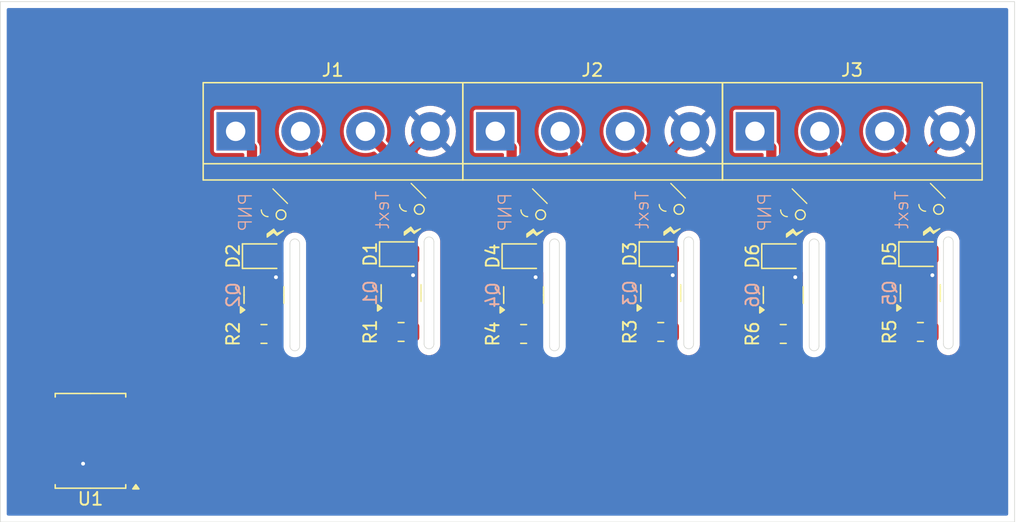
<source format=kicad_pcb>
(kicad_pcb (version 20240108) (generator "pcbnew") (generator_version "8.0")
  (layers (0 "F.Cu" signal) (31 "B.Cu" signal) (34 "B.Paste" user) (35 "F.Paste" user) (36 "B.SilkS" user "B.Silkscreen") (37 "F.SilkS" user "F.Silkscreen") (38 "B.Mask" user) (39 "F.Mask" user) (44 "Edge.Cuts" user))
  (net 0 "")
  (net 1 "/SubPcb/nType/Output")
  (net 2 "+3.3V")
  (net 3 "/SubPcb/pType/Output")
  (net 4 "/SubPcb1/nType/Output")
  (net 5 "GND")
  (net 6 "/SubPcb1/pType/Output")
  (net 7 "/SubPcb2/nType/Output")
  (net 8 "/SubPcb2/pType/Output")
  (net 24 "VDC")
  (net 25 "/SubPcb/Input")
  (net 26 "/SubPcb1/Input")
  (net 27 "/SubPcb2/Input")
  (footprint "Package_TO_SOT_SMD:SOT-23" (layer "F.Cu") (at 63.335519 38.225498 90)
    (property "Reference" "Q4" (at 0 -2.413 90) (layer "B.SilkS") (effects (justify mirror)))
    (property "Value" "BC807")
    (fp_line (start 0 -1.56) (end 0.65 -1.56) (stroke (width 0.12)) (layer "F.SilkS"))
    (fp_line (start 0 -1.56) (end -0.65 -1.56) (stroke (width 0.12)) (layer "F.SilkS"))
    (fp_line (start 0 1.56) (end 0.65 1.56) (stroke (width 0.12)) (layer "F.SilkS"))
    (fp_line (start 0 1.56) (end -0.65 1.56) (stroke (width 0.12)) (layer "F.SilkS"))
    (fp_poly (pts (xy -1.1625 -1.51) (xy -1.4025 -1.84) (xy -0.9225 -1.84) (xy -1.1625 -1.51)) (stroke (width 0.12)) (fill solid) (layer "F.SilkS"))
    (pad "1" smd roundrect (at -0.9375 -0.95 90) (size 1.475 0.6) (layers "F.Cu" "F.Paste" "F.Mask") (net 4 "/SubPcb1/nType/Output"))
    (pad "2" smd roundrect (at -0.9375 0.95 90) (size 1.475 0.6) (layers "F.Cu" "F.Paste" "F.Mask") (net 24 "VDC"))
    (pad "3" smd roundrect (at 0.9375 0 90) (size 1.475 0.6) (layers "F.Cu" "F.Paste" "F.Mask") (net 6 "/SubPcb1/pType/Output"))
  )
  (footprint "Package_SO:SSOP-20_5.3x7.2mm_P0.65mm" (layer "F.Cu") (at 29.438019 49.646 180)
    (property "Reference" "U1" (at 0 -4.55 180) (layer "F.SilkS"))
    (property "Value" "ATtiny1626-X")
    (fp_line (start 2.76 3.71) (end 2.76 3.435) (stroke (width 0.12)) (layer "F.SilkS"))
    (fp_line (start 2.76 -3.71) (end 2.76 -3.435) (stroke (width 0.12)) (layer "F.SilkS"))
    (fp_line (start 0 3.71) (end 2.76 3.71) (stroke (width 0.12)) (layer "F.SilkS"))
    (fp_line (start 0 3.71) (end -2.76 3.71) (stroke (width 0.12)) (layer "F.SilkS"))
    (fp_line (start 0 -3.71) (end 2.76 -3.71) (stroke (width 0.12)) (layer "F.SilkS"))
    (fp_line (start 0 -3.71) (end -2.76 -3.71) (stroke (width 0.12)) (layer "F.SilkS"))
    (fp_line (start -2.76 3.71) (end -2.76 3.435) (stroke (width 0.12)) (layer "F.SilkS"))
    (fp_line (start -2.76 -3.71) (end -2.76 -3.435) (stroke (width 0.12)) (layer "F.SilkS"))
    (fp_poly (pts (xy -3.55 -3.435) (xy -3.79 -3.765) (xy -3.309999 -3.765) (xy -3.55 -3.435)) (stroke (width 0.12)) (fill solid) (layer "F.SilkS"))
    (pad "1" smd roundrect (at -3.5 -2.925 180) (size 1.9 0.5) (layers "F.Cu" "F.Paste" "F.Mask") (net 2 "+3.3V"))
    (pad "2" smd roundrect (at -3.5 -2.275 180) (size 1.9 0.5) (layers "F.Cu" "F.Paste" "F.Mask"))
    (pad "3" smd roundrect (at -3.5 -1.625 180) (size 1.9 0.5) (layers "F.Cu" "F.Paste" "F.Mask"))
    (pad "4" smd roundrect (at -3.5 -0.975 180) (size 1.9 0.5) (layers "F.Cu" "F.Paste" "F.Mask"))
    (pad "5" smd roundrect (at -3.5 -0.325 180) (size 1.9 0.5) (layers "F.Cu" "F.Paste" "F.Mask"))
    (pad "6" smd roundrect (at -3.5 0.325 180) (size 1.9 0.5) (layers "F.Cu" "F.Paste" "F.Mask") (net 27 "/SubPcb2/Input"))
    (pad "7" smd roundrect (at -3.5 0.975 180) (size 1.9 0.5) (layers "F.Cu" "F.Paste" "F.Mask") (net 26 "/SubPcb1/Input"))
    (pad "8" smd roundrect (at -3.5 1.625 180) (size 1.9 0.5) (layers "F.Cu" "F.Paste" "F.Mask") (net 25 "/SubPcb/Input"))
    (pad "9" smd roundrect (at -3.5 2.275 180) (size 1.9 0.5) (layers "F.Cu" "F.Paste" "F.Mask"))
    (pad "10" smd roundrect (at -3.5 2.925 180) (size 1.9 0.5) (layers "F.Cu" "F.Paste" "F.Mask"))
    (pad "11" smd roundrect (at 3.5 2.925 180) (size 1.9 0.5) (layers "F.Cu" "F.Paste" "F.Mask"))
    (pad "12" smd roundrect (at 3.5 2.275 180) (size 1.9 0.5) (layers "F.Cu" "F.Paste" "F.Mask"))
    (pad "13" smd roundrect (at 3.5 1.625 180) (size 1.9 0.5) (layers "F.Cu" "F.Paste" "F.Mask"))
    (pad "14" smd roundrect (at 3.5 0.975 180) (size 1.9 0.5) (layers "F.Cu" "F.Paste" "F.Mask"))
    (pad "15" smd roundrect (at 3.5 0.325 180) (size 1.9 0.5) (layers "F.Cu" "F.Paste" "F.Mask"))
    (pad "16" smd roundrect (at 3.5 -0.325 180) (size 1.9 0.5) (layers "F.Cu" "F.Paste" "F.Mask"))
    (pad "17" smd roundrect (at 3.5 -0.975 180) (size 1.9 0.5) (layers "F.Cu" "F.Paste" "F.Mask"))
    (pad "18" smd roundrect (at 3.5 -1.625 180) (size 1.9 0.5) (layers "F.Cu" "F.Paste" "F.Mask"))
    (pad "19" smd roundrect (at 3.5 -2.275 180) (size 1.9 0.5) (layers "F.Cu" "F.Paste" "F.Mask"))
    (pad "20" smd roundrect (at 3.5 -2.925 180) (size 1.9 0.5) (layers "F.Cu" "F.Paste" "F.Mask") (net 5 "GND"))
  )
  (footprint "Diode_SMD:D_0805_2012Metric" (layer "F.Cu") (at 94.386018 35.0205)
    (property "Reference" "D5" (at -2.413 0 -90) (layer "F.SilkS"))
    (property "Value" "D_Schottky_Small")
    (fp_line (start -1.685 -0.96) (end -1.685 0.96) (stroke (width 0.12)) (layer "F.SilkS"))
    (fp_line (start -1.685 0.96) (end 1 0.96) (stroke (width 0.12)) (layer "F.SilkS"))
    (fp_line (start 1 -0.96) (end -1.685 -0.96) (stroke (width 0.12)) (layer "F.SilkS"))
    (pad "1" smd roundrect (at -0.9375 0) (size 0.975 1.4) (layers "F.Cu" "F.Paste" "F.Mask") (net 7 "/SubPcb2/nType/Output"))
    (pad "2" smd roundrect (at 0.9375 0) (size 0.975 1.4) (layers "F.Cu" "F.Paste" "F.Mask") (net 5 "GND"))
  )
  (footprint "Diode_SMD:D_0805_2012Metric" (layer "F.Cu") (at 63.335519 35.177498)
    (property "Reference" "D4" (at -2.413 0 -90) (layer "F.SilkS"))
    (property "Value" "D_Schottky_Small")
    (fp_line (start -1.685 -0.96) (end -1.685 0.96) (stroke (width 0.12)) (layer "F.SilkS"))
    (fp_line (start -1.685 0.96) (end 1 0.96) (stroke (width 0.12)) (layer "F.SilkS"))
    (fp_line (start 1 -0.96) (end -1.685 -0.96) (stroke (width 0.12)) (layer "F.SilkS"))
    (pad "1" smd roundrect (at -0.9375 0) (size 0.975 1.4) (layers "F.Cu" "F.Paste" "F.Mask") (net 6 "/SubPcb1/pType/Output"))
    (pad "2" smd roundrect (at 0.9375 0) (size 0.975 1.4) (layers "F.Cu" "F.Paste" "F.Mask") (net 5 "GND"))
  )
  (footprint "Resistor_SMD:R_0805_2012Metric" (layer "F.Cu") (at 63.335519 41.273498 180)
    (property "Reference" "R4" (at 2.413 0 90) (layer "F.SilkS"))
    (property "Value" "10k")
    (fp_line (start -0.227064 0.735) (end 0.227064 0.735) (stroke (width 0.12)) (layer "F.SilkS"))
    (fp_line (start -0.227064 -0.735) (end 0.227064 -0.735) (stroke (width 0.12)) (layer "F.SilkS"))
    (pad "1" smd roundrect (at -0.9125 0 180) (size 1.025 1.4) (layers "F.Cu" "F.Paste" "F.Mask") (roundrect_rratio 0.243902) (net 24 "VDC"))
    (pad "2" smd roundrect (at 0.9125 0 180) (size 1.025 1.4) (layers "F.Cu" "F.Paste" "F.Mask") (roundrect_rratio 0.243902) (net 4 "/SubPcb1/nType/Output"))
  )
  (footprint "Package_TO_SOT_SMD:SOT-23" (layer "F.Cu") (at 83.655519 38.225498 90)
    (property "Reference" "Q6" (at 0 -2.413 90) (layer "B.SilkS") (effects (justify mirror)))
    (property "Value" "BC807")
    (fp_line (start 0 -1.56) (end 0.65 -1.56) (stroke (width 0.12)) (layer "F.SilkS"))
    (fp_line (start 0 -1.56) (end -0.65 -1.56) (stroke (width 0.12)) (layer "F.SilkS"))
    (fp_line (start 0 1.56) (end 0.65 1.56) (stroke (width 0.12)) (layer "F.SilkS"))
    (fp_line (start 0 1.56) (end -0.65 1.56) (stroke (width 0.12)) (layer "F.SilkS"))
    (fp_poly (pts (xy -1.1625 -1.51) (xy -1.4025 -1.84) (xy -0.9225 -1.84) (xy -1.1625 -1.51)) (stroke (width 0.12)) (fill solid) (layer "F.SilkS"))
    (pad "1" smd roundrect (at -0.9375 -0.95 90) (size 1.475 0.6) (layers "F.Cu" "F.Paste" "F.Mask") (net 7 "/SubPcb2/nType/Output"))
    (pad "2" smd roundrect (at -0.9375 0.95 90) (size 1.475 0.6) (layers "F.Cu" "F.Paste" "F.Mask") (net 24 "VDC"))
    (pad "3" smd roundrect (at 0.9375 0 90) (size 1.475 0.6) (layers "F.Cu" "F.Paste" "F.Mask") (net 8 "/SubPcb2/pType/Output"))
  )
  (footprint "Diode_SMD:D_0805_2012Metric" (layer "F.Cu") (at 74.066018 35.0205)
    (property "Reference" "D3" (at -2.413 0 -90) (layer "F.SilkS"))
    (property "Value" "D_Schottky_Small")
    (fp_line (start -1.684999 -0.96) (end -1.684999 0.96) (stroke (width 0.12)) (layer "F.SilkS"))
    (fp_line (start -1.684999 0.96) (end 1 0.96) (stroke (width 0.12)) (layer "F.SilkS"))
    (fp_line (start 1 -0.96) (end -1.684999 -0.96) (stroke (width 0.12)) (layer "F.SilkS"))
    (pad "1" smd roundrect (at -0.937501 0) (size 0.975 1.4) (layers "F.Cu" "F.Paste" "F.Mask") (net 4 "/SubPcb1/nType/Output"))
    (pad "2" smd roundrect (at 0.937501 0) (size 0.975 1.4) (layers "F.Cu" "F.Paste" "F.Mask") (net 5 "GND"))
  )
  (footprint "Resistor_SMD:R_0805_2012Metric" (layer "F.Cu") (at 43.015519 41.273498 180)
    (property "Reference" "R2" (at 2.413 0 90) (layer "F.SilkS"))
    (property "Value" "10k")
    (fp_line (start -0.227064 0.735) (end 0.227064 0.735) (stroke (width 0.12)) (layer "F.SilkS"))
    (fp_line (start -0.227064 -0.735) (end 0.227064 -0.735) (stroke (width 0.12)) (layer "F.SilkS"))
    (pad "1" smd roundrect (at -0.9125 0 180) (size 1.025 1.4) (layers "F.Cu" "F.Paste" "F.Mask") (roundrect_rratio 0.243902) (net 24 "VDC"))
    (pad "2" smd roundrect (at 0.9125 0 180) (size 1.025 1.4) (layers "F.Cu" "F.Paste" "F.Mask") (roundrect_rratio 0.243902) (net 1 "/SubPcb/nType/Output"))
  )
  (footprint "Package_TO_SOT_SMD:SOT-23" (layer "F.Cu") (at 43.015519 38.225498 90)
    (property "Reference" "Q2" (at 0 -2.413 90) (layer "B.SilkS") (effects (justify mirror)))
    (property "Value" "BC807")
    (fp_line (start 0 -1.560001) (end 0.65 -1.56) (stroke (width 0.12)) (layer "F.SilkS"))
    (fp_line (start 0 -1.560001) (end -0.65 -1.56) (stroke (width 0.12)) (layer "F.SilkS"))
    (fp_line (start 0 1.560001) (end 0.65 1.56) (stroke (width 0.12)) (layer "F.SilkS"))
    (fp_line (start 0 1.560001) (end -0.65 1.56) (stroke (width 0.12)) (layer "F.SilkS"))
    (fp_poly (pts (xy -1.1625 -1.51) (xy -1.4025 -1.84) (xy -0.9225 -1.839999) (xy -1.1625 -1.51)) (stroke (width 0.12)) (fill solid) (layer "F.SilkS"))
    (pad "1" smd roundrect (at -0.9375 -0.95 90) (size 1.475 0.6) (layers "F.Cu" "F.Paste" "F.Mask") (net 1 "/SubPcb/nType/Output"))
    (pad "2" smd roundrect (at -0.9375 0.95 90) (size 1.475 0.6) (layers "F.Cu" "F.Paste" "F.Mask") (net 24 "VDC"))
    (pad "3" smd roundrect (at 0.937501 0 90) (size 1.475 0.6) (layers "F.Cu" "F.Paste" "F.Mask") (net 3 "/SubPcb/pType/Output"))
  )
  (footprint "TerminalBlock:TerminalBlock_bornier-4_P5.08mm" (layer "F.Cu") (at 81.437019 25.4)
    (property "Reference" "J3" (at 7.6 -4.8 0) (layer "F.SilkS"))
    (property "Value" "Screw_Terminal_01x04")
    (fp_line (start -2.54 -3.81) (end -2.54 3.81) (stroke (width 0.12)) (layer "F.SilkS"))
    (fp_line (start -2.54 -3.81) (end 17.78 -3.81) (stroke (width 0.12)) (layer "F.SilkS"))
    (fp_line (start -2.54 3.81) (end 17.78 3.81) (stroke (width 0.12)) (layer "F.SilkS"))
    (fp_line (start 17.78 2.54) (end -2.54 2.54) (stroke (width 0.12)) (layer "F.SilkS"))
    (fp_line (start 17.78 3.81) (end 17.78 -3.81) (stroke (width 0.12)) (layer "F.SilkS"))
    (pad "1" thru_hole rect (at 0 0) (size 3 3) (drill 1.52) (layers "*.Cu" "*.Mask") (net 8 "/SubPcb2/pType/Output"))
    (pad "2" thru_hole circle (at 5.08 0) (size 3 3) (drill 1.52) (layers "*.Cu" "*.Mask") (net 24 "VDC"))
    (pad "3" thru_hole circle (at 10.16 0) (size 3 3) (drill 1.52) (layers "*.Cu" "*.Mask") (net 7 "/SubPcb2/nType/Output"))
    (pad "4" thru_hole circle (at 15.24 0) (size 3 3) (drill 1.52) (layers "*.Cu" "*.Mask") (net 5 "GND"))
  )
  (footprint "Resistor_SMD:R_0805_2012Metric" (layer "F.Cu") (at 83.655519 41.273498 180)
    (property "Reference" "R6" (at 2.413 0 90) (layer "F.SilkS"))
    (property "Value" "10k")
    (fp_line (start -0.227064 0.735) (end 0.227064 0.735) (stroke (width 0.12)) (layer "F.SilkS"))
    (fp_line (start -0.227064 -0.735) (end 0.227064 -0.735) (stroke (width 0.12)) (layer "F.SilkS"))
    (pad "1" smd roundrect (at -0.9125 0 180) (size 1.025 1.4) (layers "F.Cu" "F.Paste" "F.Mask") (roundrect_rratio 0.243902) (net 24 "VDC"))
    (pad "2" smd roundrect (at 0.9125 0 180) (size 1.025 1.4) (layers "F.Cu" "F.Paste" "F.Mask") (roundrect_rratio 0.243902) (net 7 "/SubPcb2/nType/Output"))
  )
  (footprint "Resistor_SMD:R_0805_2012Metric" (layer "F.Cu") (at 74.066018 41.1165)
    (property "Reference" "R3" (at -2.413 0 -90) (layer "F.SilkS"))
    (property "Value" "10k")
    (fp_line (start -0.227064 -0.735) (end 0.227064 -0.735) (stroke (width 0.12)) (layer "F.SilkS"))
    (fp_line (start -0.227064 0.735) (end 0.227064 0.735) (stroke (width 0.12)) (layer "F.SilkS"))
    (pad "1" smd roundrect (at -0.9125 0) (size 1.025 1.4) (layers "F.Cu" "F.Paste" "F.Mask") (roundrect_rratio 0.243902) (net 26 "/SubPcb1/Input"))
    (pad "2" smd roundrect (at 0.9125 0) (size 1.025 1.4) (layers "F.Cu" "F.Paste" "F.Mask") (roundrect_rratio 0.243902) (net 5 "GND"))
  )
  (footprint "Diode_SMD:D_0805_2012Metric" (layer "F.Cu") (at 43.015519 35.177498)
    (property "Reference" "D2" (at -2.413 0 -90) (layer "F.SilkS"))
    (property "Value" "D_Schottky_Small")
    (fp_line (start -1.684999 -0.96) (end -1.684999 0.96) (stroke (width 0.12)) (layer "F.SilkS"))
    (fp_line (start -1.684999 0.96) (end 1 0.96) (stroke (width 0.12)) (layer "F.SilkS"))
    (fp_line (start 1 -0.96) (end -1.684999 -0.96) (stroke (width 0.12)) (layer "F.SilkS"))
    (pad "1" smd roundrect (at -0.937501 0) (size 0.975 1.4) (layers "F.Cu" "F.Paste" "F.Mask") (net 3 "/SubPcb/pType/Output"))
    (pad "2" smd roundrect (at 0.937501 0) (size 0.975 1.4) (layers "F.Cu" "F.Paste" "F.Mask") (net 5 "GND"))
  )
  (footprint "Package_TO_SOT_SMD:SOT-23" (layer "F.Cu") (at 53.746018 38.0685 90)
    (property "Reference" "Q1" (at 0 -2.413 90) (layer "B.SilkS") (effects (justify mirror)))
    (property "Value" "MMBT2222A")
    (fp_line (start 0 -1.560001) (end 0.65 -1.56) (stroke (width 0.12)) (layer "F.SilkS"))
    (fp_line (start 0 -1.560001) (end -0.65 -1.56) (stroke (width 0.12)) (layer "F.SilkS"))
    (fp_line (start 0 1.560001) (end 0.65 1.56) (stroke (width 0.12)) (layer "F.SilkS"))
    (fp_line (start 0 1.560001) (end -0.65 1.56) (stroke (width 0.12)) (layer "F.SilkS"))
    (fp_poly (pts (xy -1.1625 -1.51) (xy -1.4025 -1.84) (xy -0.9225 -1.839999) (xy -1.1625 -1.51)) (stroke (width 0.12)) (fill solid) (layer "F.SilkS"))
    (pad "1" smd roundrect (at -0.9375 -0.95 90) (size 1.475 0.6) (layers "F.Cu" "F.Paste" "F.Mask") (net 25 "/SubPcb/Input"))
    (pad "2" smd roundrect (at -0.9375 0.95 90) (size 1.475 0.6) (layers "F.Cu" "F.Paste" "F.Mask") (net 5 "GND"))
    (pad "3" smd roundrect (at 0.937501 0 90) (size 1.475 0.6) (layers "F.Cu" "F.Paste" "F.Mask") (net 1 "/SubPcb/nType/Output"))
  )
  (footprint "Package_TO_SOT_SMD:SOT-23" (layer "F.Cu") (at 74.066018 38.0685 90)
    (property "Reference" "Q3" (at 0 -2.413 90) (layer "B.SilkS") (effects (justify mirror)))
    (property "Value" "MMBT2222A")
    (fp_line (start 0 -1.560001) (end 0.65 -1.56) (stroke (width 0.12)) (layer "F.SilkS"))
    (fp_line (start 0 -1.560001) (end -0.65 -1.56) (stroke (width 0.12)) (layer "F.SilkS"))
    (fp_line (start 0 1.560001) (end 0.65 1.56) (stroke (width 0.12)) (layer "F.SilkS"))
    (fp_line (start 0 1.560001) (end -0.65 1.56) (stroke (width 0.12)) (layer "F.SilkS"))
    (fp_poly (pts (xy -1.1625 -1.51) (xy -1.4025 -1.84) (xy -0.9225 -1.839999) (xy -1.1625 -1.51)) (stroke (width 0.12)) (fill solid) (layer "F.SilkS"))
    (pad "1" smd roundrect (at -0.9375 -0.95 90) (size 1.475 0.6) (layers "F.Cu" "F.Paste" "F.Mask") (net 26 "/SubPcb1/Input"))
    (pad "2" smd roundrect (at -0.9375 0.95 90) (size 1.475 0.6) (layers "F.Cu" "F.Paste" "F.Mask") (net 5 "GND"))
    (pad "3" smd roundrect (at 0.937501 0 90) (size 1.475 0.6) (layers "F.Cu" "F.Paste" "F.Mask") (net 4 "/SubPcb1/nType/Output"))
  )
  (footprint "Resistor_SMD:R_0805_2012Metric" (layer "F.Cu") (at 94.386018 41.1165)
    (property "Reference" "R5" (at -2.413 0 -90) (layer "F.SilkS"))
    (property "Value" "10k")
    (fp_line (start -0.227064 -0.735) (end 0.227064 -0.735) (stroke (width 0.12)) (layer "F.SilkS"))
    (fp_line (start -0.227064 0.735) (end 0.227064 0.735) (stroke (width 0.12)) (layer "F.SilkS"))
    (pad "1" smd roundrect (at -0.9125 0) (size 1.025 1.4) (layers "F.Cu" "F.Paste" "F.Mask") (roundrect_rratio 0.243902) (net 27 "/SubPcb2/Input"))
    (pad "2" smd roundrect (at 0.9125 0) (size 1.025 1.4) (layers "F.Cu" "F.Paste" "F.Mask") (roundrect_rratio 0.243902) (net 5 "GND"))
  )
  (footprint "TerminalBlock:TerminalBlock_bornier-4_P5.08mm" (layer "F.Cu") (at 61.117019 25.4)
    (property "Reference" "J2" (at 7.6 -4.8 0) (layer "F.SilkS"))
    (property "Value" "Screw_Terminal_01x04")
    (fp_line (start -2.54 -3.81) (end -2.54 3.81) (stroke (width 0.12)) (layer "F.SilkS"))
    (fp_line (start -2.54 -3.81) (end 17.78 -3.81) (stroke (width 0.12)) (layer "F.SilkS"))
    (fp_line (start -2.54 3.81) (end 17.78 3.81) (stroke (width 0.12)) (layer "F.SilkS"))
    (fp_line (start 17.78 2.54) (end -2.54 2.54) (stroke (width 0.12)) (layer "F.SilkS"))
    (fp_line (start 17.78 3.81) (end 17.78 -3.81) (stroke (width 0.12)) (layer "F.SilkS"))
    (pad "1" thru_hole rect (at 0 0) (size 3 3) (drill 1.52) (layers "*.Cu" "*.Mask") (net 6 "/SubPcb1/pType/Output"))
    (pad "2" thru_hole circle (at 5.08 0) (size 3 3) (drill 1.52) (layers "*.Cu" "*.Mask") (net 24 "VDC"))
    (pad "3" thru_hole circle (at 10.16 0) (size 3 3) (drill 1.52) (layers "*.Cu" "*.Mask") (net 4 "/SubPcb1/nType/Output"))
    (pad "4" thru_hole circle (at 15.24 0) (size 3 3) (drill 1.52) (layers "*.Cu" "*.Mask") (net 5 "GND"))
  )
  (footprint "Diode_SMD:D_0805_2012Metric" (layer "F.Cu") (at 53.746018 35.0205)
    (property "Reference" "D1" (at -2.413 0 -90) (layer "F.SilkS"))
    (property "Value" "D_Schottky_Small")
    (fp_line (start -1.684999 -0.96) (end -1.684999 0.96) (stroke (width 0.12)) (layer "F.SilkS"))
    (fp_line (start -1.684999 0.96) (end 1 0.96) (stroke (width 0.12)) (layer "F.SilkS"))
    (fp_line (start 1 -0.96) (end -1.684999 -0.96) (stroke (width 0.12)) (layer "F.SilkS"))
    (pad "1" smd roundrect (at -0.937501 0) (size 0.975 1.4) (layers "F.Cu" "F.Paste" "F.Mask") (net 1 "/SubPcb/nType/Output"))
    (pad "2" smd roundrect (at 0.937501 0) (size 0.975 1.4) (layers "F.Cu" "F.Paste" "F.Mask") (net 5 "GND"))
  )
  (footprint "Resistor_SMD:R_0805_2012Metric" (layer "F.Cu") (at 53.746018 41.1165)
    (property "Reference" "R1" (at -2.413 0 -90) (layer "F.SilkS"))
    (property "Value" "10k")
    (fp_line (start -0.227064 -0.735) (end 0.227064 -0.735) (stroke (width 0.12)) (layer "F.SilkS"))
    (fp_line (start -0.227064 0.735) (end 0.227064 0.735) (stroke (width 0.12)) (layer "F.SilkS"))
    (pad "1" smd roundrect (at -0.9125 0) (size 1.025 1.4) (layers "F.Cu" "F.Paste" "F.Mask") (roundrect_rratio 0.243902) (net 25 "/SubPcb/Input"))
    (pad "2" smd roundrect (at 0.9125 0) (size 1.025 1.4) (layers "F.Cu" "F.Paste" "F.Mask") (roundrect_rratio 0.243902) (net 5 "GND"))
  )
  (footprint "TerminalBlock:TerminalBlock_bornier-4_P5.08mm" (layer "F.Cu") (at 40.797019 25.4)
    (property "Reference" "J1" (at 7.6 -4.8 0) (layer "F.SilkS"))
    (property "Value" "Screw_Terminal_01x04")
    (fp_line (start -2.54 -3.81) (end -2.54 3.81) (stroke (width 0.12)) (layer "F.SilkS"))
    (fp_line (start -2.54 -3.81) (end 17.78 -3.81) (stroke (width 0.12)) (layer "F.SilkS"))
    (fp_line (start -2.54 3.81) (end 17.78 3.81) (stroke (width 0.12)) (layer "F.SilkS"))
    (fp_line (start 17.78 2.54) (end -2.54 2.54) (stroke (width 0.12)) (layer "F.SilkS"))
    (fp_line (start 17.78 3.81) (end 17.78 -3.81) (stroke (width 0.12)) (layer "F.SilkS"))
    (pad "1" thru_hole rect (at 0 0) (size 3 3) (drill 1.52) (layers "*.Cu" "*.Mask") (net 3 "/SubPcb/pType/Output"))
    (pad "2" thru_hole circle (at 5.08 0) (size 3 3) (drill 1.52) (layers "*.Cu" "*.Mask") (net 24 "VDC"))
    (pad "3" thru_hole circle (at 10.16 0) (size 3 3) (drill 1.52) (layers "*.Cu" "*.Mask") (net 1 "/SubPcb/nType/Output"))
    (pad "4" thru_hole circle (at 15.24 0) (size 3 3) (drill 1.52) (layers "*.Cu" "*.Mask") (net 5 "GND"))
  )
  (footprint "Package_TO_SOT_SMD:SOT-23" (layer "F.Cu") (at 94.386018 38.0685 90)
    (property "Reference" "Q5" (at 0 -2.413 90) (layer "B.SilkS") (effects (justify mirror)))
    (property "Value" "MMBT2222A")
    (fp_line (start 0 -1.56) (end 0.65 -1.56) (stroke (width 0.12)) (layer "F.SilkS"))
    (fp_line (start 0 -1.56) (end -0.65 -1.56) (stroke (width 0.12)) (layer "F.SilkS"))
    (fp_line (start 0 1.56) (end 0.65 1.56) (stroke (width 0.12)) (layer "F.SilkS"))
    (fp_line (start 0 1.56) (end -0.65 1.56) (stroke (width 0.12)) (layer "F.SilkS"))
    (fp_poly (pts (xy -1.1625 -1.51) (xy -1.4025 -1.84) (xy -0.9225 -1.84) (xy -1.1625 -1.51)) (stroke (width 0.12)) (fill solid) (layer "F.SilkS"))
    (pad "1" smd roundrect (at -0.9375 -0.95 90) (size 1.475 0.6) (layers "F.Cu" "F.Paste" "F.Mask") (net 27 "/SubPcb2/Input"))
    (pad "2" smd roundrect (at -0.9375 0.95 90) (size 1.475 0.6) (layers "F.Cu" "F.Paste" "F.Mask") (net 5 "GND"))
    (pad "3" smd roundrect (at 0.9375 0 90) (size 1.475 0.6) (layers "F.Cu" "F.Paste" "F.Mask") (net 7 "/SubPcb2/nType/Output"))
  )
  (footprint "Diode_SMD:D_0805_2012Metric" (layer "F.Cu") (at 83.655519 35.177498)
    (property "Reference" "D6" (at -2.413 0 -90) (layer "F.SilkS"))
    (property "Value" "D_Schottky_Small")
    (fp_line (start -1.685 -0.96) (end -1.685 0.96) (stroke (width 0.12)) (layer "F.SilkS"))
    (fp_line (start -1.685 0.96) (end 1 0.96) (stroke (width 0.12)) (layer "F.SilkS"))
    (fp_line (start 1 -0.96) (end -1.685 -0.96) (stroke (width 0.12)) (layer "F.SilkS"))
    (pad "1" smd roundrect (at -0.9375 0) (size 0.975 1.4) (layers "F.Cu" "F.Paste" "F.Mask") (net 8 "/SubPcb2/pType/Output"))
    (pad "2" smd roundrect (at 0.9375 0) (size 0.975 1.4) (layers "F.Cu" "F.Paste" "F.Mask") (net 5 "GND"))
  )
  (gr_line (start 84.354019 29.906998) (end 85.497019 31.049998) (stroke (width 0.1)) (layer "F.SilkS"))
  (gr_circle (center 44.349019 31.938998) (end 43.968019 31.938998) (stroke (width 0.1)) (fill none) (layer "F.SilkS"))
  (gr_arc (start 94.792418 31.657934) (mid 94.422152 31.504565) (end 94.268784 31.1343) (stroke (width 0.1)) (layer "F.SilkS"))
  (gr_arc (start 74.472418 31.657934) (mid 74.102152 31.504565) (end 73.948784 31.1343) (stroke (width 0.1)) (layer "F.SilkS"))
  (gr_line (start 64.034019 29.906998) (end 65.177019 31.049998) (stroke (width 0.1)) (layer "F.SilkS"))
  (gr_circle (center 55.168418 31.5153) (end 54.787418 31.5153) (stroke (width 0.1)) (fill none) (layer "F.SilkS"))
  (gr_poly (pts (xy 43.266707 33.689847) (xy 43.774707 33.308847) (xy 44.033898 33.557656) (xy 44.536707 33.181847) (xy 44.031519 33.399498) (xy 43.777934 33.058074) (xy 43.266707 33.435847)) (stroke (width 0.1)) (fill solid) (layer "F.SilkS"))
  (gr_circle (center 44.349019 31.938998) (end 43.968019 31.938998) (stroke (width 0.1)) (fill none) (layer "F.SilkS"))
  (gr_circle (center 95.808418 31.5153) (end 95.427418 31.5153) (stroke (width 0.1)) (fill none) (layer "F.SilkS"))
  (gr_circle (center 64.669019 31.938998) (end 64.288019 31.938998) (stroke (width 0.1)) (fill none) (layer "F.SilkS"))
  (gr_poly (pts (xy 53.997206 33.532849) (xy 54.505206 33.151849) (xy 54.764397 33.400658) (xy 55.267206 33.024849) (xy 54.762018 33.2425) (xy 54.508433 32.901076) (xy 53.997206 33.278849)) (stroke (width 0.1)) (fill solid) (layer "F.SilkS"))
  (gr_circle (center 95.808418 31.5153) (end 95.427418 31.5153) (stroke (width 0.1)) (fill none) (layer "F.SilkS"))
  (gr_circle (center 64.669019 31.938998) (end 64.288019 31.938998) (stroke (width 0.1)) (fill none) (layer "F.SilkS"))
  (gr_circle (center 55.168418 31.5153) (end 54.787418 31.5153) (stroke (width 0.1)) (fill none) (layer "F.SilkS"))
  (gr_circle (center 75.488418 31.5153) (end 75.107418 31.5153) (stroke (width 0.1)) (fill none) (layer "F.SilkS"))
  (gr_poly (pts (xy 63.586707 33.689847) (xy 64.094707 33.308847) (xy 64.353898 33.557656) (xy 64.856707 33.181847) (xy 64.351519 33.399498) (xy 64.097934 33.058074) (xy 63.586707 33.435847)) (stroke (width 0.1)) (fill solid) (layer "F.SilkS"))
  (gr_circle (center 84.989019 31.938998) (end 84.608019 31.938998) (stroke (width 0.1)) (fill none) (layer "F.SilkS"))
  (gr_circle (center 75.488418 31.5153) (end 75.107418 31.5153) (stroke (width 0.1)) (fill none) (layer "F.SilkS"))
  (gr_line (start 43.714019 29.906998) (end 44.857019 31.049998) (stroke (width 0.1)) (layer "F.SilkS"))
  (gr_circle (center 84.989019 31.938998) (end 84.608019 31.938998) (stroke (width 0.1)) (fill none) (layer "F.SilkS"))
  (gr_poly (pts (xy 94.637206 33.532849) (xy 95.145206 33.151849) (xy 95.404397 33.400658) (xy 95.907206 33.024849) (xy 95.402018 33.2425) (xy 95.148433 32.901076) (xy 94.637206 33.278849)) (stroke (width 0.1)) (fill solid) (layer "F.SilkS"))
  (gr_arc (start 83.973019 32.081632) (mid 83.602753 31.928263) (end 83.449385 31.557998) (stroke (width 0.1)) (layer "F.SilkS"))
  (gr_poly (pts (xy 74.317206 33.532849) (xy 74.825206 33.151849) (xy 75.084397 33.400658) (xy 75.587206 33.024849) (xy 75.082018 33.2425) (xy 74.828433 32.901076) (xy 74.317206 33.278849)) (stroke (width 0.1)) (fill solid) (layer "F.SilkS"))
  (gr_arc (start 54.152418 31.657934) (mid 53.782152 31.504565) (end 53.628784 31.1343) (stroke (width 0.1)) (layer "F.SilkS"))
  (gr_poly (pts (xy 83.906707 33.689847) (xy 84.414707 33.308847) (xy 84.673898 33.557656) (xy 85.176707 33.181847) (xy 84.671519 33.399498) (xy 84.417934 33.058074) (xy 83.906707 33.435847)) (stroke (width 0.1)) (fill solid) (layer "F.SilkS"))
  (gr_arc (start 63.653019 32.081632) (mid 63.282753 31.928263) (end 63.129385 31.557998) (stroke (width 0.1)) (layer "F.SilkS"))
  (gr_line (start 74.853418 29.4833) (end 75.996418 30.6263) (stroke (width 0.1)) (layer "F.SilkS"))
  (gr_line (start 95.173418 29.4833) (end 96.316418 30.6263) (stroke (width 0.1)) (layer "F.SilkS"))
  (gr_arc (start 43.333019 32.081632) (mid 42.962753 31.928263) (end 42.809385 31.557998) (stroke (width 0.1)) (layer "F.SilkS"))
  (gr_line (start 54.533418 29.4833) (end 55.676418 30.6263) (stroke (width 0.1)) (layer "F.SilkS"))
  (gr_line (start 75.869418 42.0563) (end 75.869418 34.0553) (stroke (width 0.05)) (layer "Edge.Cuts"))
  (gr_arc (start 45.047519 34.212298) (mid 45.428519 33.831298) (end 45.809519 34.212298) (stroke (width 0.05)) (layer "Edge.Cuts"))
  (gr_arc (start 66.129519 42.213298) (mid 65.748519 42.594298) (end 65.367519 42.213298) (stroke (width 0.05)) (layer "Edge.Cuts"))
  (gr_arc (start 75.869418 34.0553) (mid 76.250418 33.6743) (end 76.631418 34.0553) (stroke (width 0.05)) (layer "Edge.Cuts"))
  (gr_line (start 66.129519 34.212298) (end 66.129519 42.213298) (stroke (width 0.05)) (layer "Edge.Cuts"))
  (gr_line (start 56.311418 34.0553) (end 56.311418 42.0563) (stroke (width 0.05)) (layer "Edge.Cuts"))
  (gr_line (start 65.367519 42.213298) (end 65.367519 34.212298) (stroke (width 0.05)) (layer "Edge.Cuts"))
  (gr_arc (start 56.311418 42.0563) (mid 55.930418 42.4373) (end 55.549418 42.0563) (stroke (width 0.05)) (layer "Edge.Cuts"))
  (gr_line (start 85.687519 42.213298) (end 85.687519 34.212298) (stroke (width 0.05)) (layer "Edge.Cuts"))
  (gr_line (start 45.809519 34.212298) (end 45.809519 42.213298) (stroke (width 0.05)) (layer "Edge.Cuts"))
  (gr_line (start 55.549418 42.0563) (end 55.549418 34.0553) (stroke (width 0.05)) (layer "Edge.Cuts"))
  (gr_arc (start 86.449519 42.213298) (mid 86.068519 42.594298) (end 85.687519 42.213298) (stroke (width 0.05)) (layer "Edge.Cuts"))
  (gr_line (start 86.449519 34.212298) (end 86.449519 42.213298) (stroke (width 0.05)) (layer "Edge.Cuts"))
  (gr_line (start 45.047519 42.213298) (end 45.047519 34.212298) (stroke (width 0.05)) (layer "Edge.Cuts"))
  (gr_line (start 96.189418 42.0563) (end 96.189418 34.0553) (stroke (width 0.05)) (layer "Edge.Cuts"))
  (gr_arc (start 65.367519 34.212298) (mid 65.748519 33.831298) (end 66.129519 34.212298) (stroke (width 0.05)) (layer "Edge.Cuts"))
  (gr_arc (start 45.809519 42.213298) (mid 45.428519 42.594298) (end 45.047519 42.213298) (stroke (width 0.05)) (layer "Edge.Cuts"))
  (gr_arc (start 76.631418 42.0563) (mid 76.250418 42.4373) (end 75.869418 42.0563) (stroke (width 0.05)) (layer "Edge.Cuts"))
  (gr_rect (start 22.382019 15.24) (end 101.757019 56.007) (stroke (width 0.05)) (fill none) (layer "Edge.Cuts"))
  (gr_arc (start 96.951418 42.0563) (mid 96.570418 42.4373) (end 96.189418 42.0563) (stroke (width 0.05)) (layer "Edge.Cuts"))
  (gr_arc (start 55.549418 34.0553) (mid 55.930418 33.6743) (end 56.311418 34.0553) (stroke (width 0.05)) (layer "Edge.Cuts"))
  (gr_line (start 76.631418 34.0553) (end 76.631418 42.0563) (stroke (width 0.05)) (layer "Edge.Cuts"))
  (gr_line (start 96.951418 34.0553) (end 96.951418 42.0563) (stroke (width 0.05)) (layer "Edge.Cuts"))
  (gr_arc (start 85.687519 34.212298) (mid 86.068519 33.831298) (end 86.449519 34.212298) (stroke (width 0.05)) (layer "Edge.Cuts"))
  (gr_arc (start 96.189418 34.0553) (mid 96.570418 33.6743) (end 96.951418 34.0553) (stroke (width 0.05)) (layer "Edge.Cuts"))
  (gr_text "Text" (at 73.202418 29.9913 90) (layer "B.SilkS") (effects (font (size 1 1) (thickness 0.1)) (justify left bottom mirror)))
  (gr_text "PNP" (at 42.151919 30.148298 90) (layer "B.SilkS") (effects (font (size 1 1) (thickness 0.1)) (justify left bottom mirror)))
  (gr_text "Text" (at 52.882418 29.9913 90) (layer "B.SilkS") (effects (font (size 1 1) (thickness 0.1)) (justify left bottom mirror)))
  (gr_text "PNP" (at 82.791919 30.148298 90) (layer "B.SilkS") (effects (font (size 1 1) (thickness 0.1)) (justify left bottom mirror)))
  (gr_text "Text" (at 93.522418 29.9913 90) (layer "B.SilkS") (effects (font (size 1 1) (thickness 0.1)) (justify left bottom mirror)))
  (gr_text "PNP" (at 62.471919 30.148298 90) (layer "B.SilkS") (effects (font (size 1 1) (thickness 0.1)) (justify left bottom mirror)))
  (segment (start 52.808517 35.0205) (end 52.808517 27.251498) (width 0.8) (layer "F.Cu") (net 1))
  (segment (start 42.065519 39.162998) (end 42.065519 41.235998) (width 0.8) (layer "F.Cu") (net 1))
  (segment (start 47.587519 44.751) (end 50.127519 42.211) (width 0.8) (layer "F.Cu") (net 1))
  (segment (start 52.808517 36.255998) (end 53.683519 37.131) (width 0.8) (layer "F.Cu") (net 1))
  (segment (start 50.127519 42.211) (end 50.127519 36.115) (width 0.8) (layer "F.Cu") (net 1))
  (segment (start 50.127519 36.115) (end 51.222019 35.0205) (width 0.8) (layer "F.Cu") (net 1))
  (segment (start 52.808517 35.0205) (end 52.808517 36.255998) (width 0.8) (layer "F.Cu") (net 1))
  (segment (start 42.065519 41.235998) (end 42.103019 41.273498) (width 0.8) (layer "F.Cu") (net 1))
  (segment (start 51.222019 35.0205) (end 52.808517 35.0205) (width 0.8) (layer "F.Cu") (net 1))
  (segment (start 42.103019 42.204713) (end 44.649306 44.751) (width 0.8) (layer "F.Cu") (net 1))
  (segment (start 42.103019 41.195) (end 42.103019 42.204713) (width 0.8) (layer "F.Cu") (net 1))
  (segment (start 52.808517 27.251498) (end 50.957019 25.4) (width 0.8) (layer "F.Cu") (net 1))
  (segment (start 44.649306 44.751) (end 47.587519 44.751) (width 0.8) (layer "F.Cu") (net 1))
  (segment (start 42.078018 35.177498) (end 42.078018 26.680999) (width 0.8) (layer "F.Cu") (net 3))
  (segment (start 42.078018 36.412996) (end 42.95302 37.287998) (width 0.8) (layer "F.Cu") (net 3))
  (segment (start 42.078018 26.680999) (end 40.797019 25.4) (width 0.8) (layer "F.Cu") (net 3))
  (segment (start 42.078018 35.177498) (end 42.078018 36.412996) (width 0.8) (layer "F.Cu") (net 3))
  (segment (start 62.385519 39.162998) (end 62.385519 41.235998) (width 0.8) (layer "F.Cu") (net 4))
  (segment (start 64.969306 44.751) (end 67.907519 44.751) (width 0.8) (layer "F.Cu") (net 4))
  (segment (start 62.423019 41.195) (end 62.423019 42.204713) (width 0.8) (layer "F.Cu") (net 4))
  (segment (start 70.447519 36.115) (end 71.542019 35.0205) (width 0.8) (layer "F.Cu") (net 4))
  (segment (start 73.128517 36.255998) (end 74.003519 37.131) (width 0.8) (layer "F.Cu") (net 4))
  (segment (start 70.447519 42.211) (end 70.447519 36.115) (width 0.8) (layer "F.Cu") (net 4))
  (segment (start 67.907519 44.751) (end 70.447519 42.211) (width 0.8) (layer "F.Cu") (net 4))
  (segment (start 73.128517 27.251498) (end 71.277019 25.4) (width 0.8) (layer "F.Cu") (net 4))
  (segment (start 73.128517 35.0205) (end 73.128517 36.255998) (width 0.8) (layer "F.Cu") (net 4))
  (segment (start 62.423019 42.204713) (end 64.969306 44.751) (width 0.8) (layer "F.Cu") (net 4))
  (segment (start 73.128517 35.0205) (end 73.128517 27.251498) (width 0.8) (layer "F.Cu") (net 4))
  (segment (start 71.542019 35.0205) (end 73.128517 35.0205) (width 0.8) (layer "F.Cu") (net 4))
  (segment (start 62.385519 41.235998) (end 62.423019 41.273498) (width 0.8) (layer "F.Cu") (net 4))
  (segment (start 43.95302 35.177498) (end 43.95302 36.828498) (width 0.8) (layer "F.Cu") (net 5))
  (segment (start 28.859019 51.435) (end 27.723019 52.571) (width 0.4) (layer "F.Cu") (net 5))
  (segment (start 95.323519 35.0205) (end 95.323519 41.091499) (width 0.8) (layer "F.Cu") (net 5))
  (segment (start 64.27302 35.177498) (end 64.27302 36.828498) (width 0.8) (layer "F.Cu") (net 5))
  (segment (start 75.003519 35.0205) (end 75.003519 41.091499) (width 0.8) (layer "F.Cu") (net 5))
  (segment (start 84.59302 35.177498) (end 84.59302 36.828498) (width 0.8) (layer "F.Cu") (net 5))
  (segment (start 54.683519 41.091499) (end 54.658518 41.1165) (width 0.8) (layer "F.Cu") (net 5))
  (segment (start 56.037019 25.4) (end 54.649418 26.787601) (width 0.8) (layer "F.Cu") (net 5))
  (segment (start 76.357019 25.4) (end 74.969418 26.787601) (width 0.8) (layer "F.Cu") (net 5))
  (segment (start 27.723019 52.571) (end 25.938019 52.571) (width 0.4) (layer "F.Cu") (net 5))
  (segment (start 95.323519 41.091499) (end 95.298518 41.1165) (width 0.8) (layer "F.Cu") (net 5))
  (segment (start 54.649418 26.787601) (end 54.649418 35.0205) (width 0.8) (layer "F.Cu") (net 5))
  (segment (start 95.289418 26.787601) (end 95.289418 35.0205) (width 0.8) (layer "F.Cu") (net 5))
  (segment (start 54.683519 35.0205) (end 54.683519 41.091499) (width 0.8) (layer "F.Cu") (net 5))
  (segment (start 75.003519 41.091499) (end 74.978518 41.1165) (width 0.8) (layer "F.Cu") (net 5))
  (segment (start 96.677019 25.4) (end 95.289418 26.787601) (width 0.8) (layer "F.Cu") (net 5))
  (segment (start 74.969418 26.787601) (end 74.969418 35.0205) (width 0.8) (layer "F.Cu") (net 5))
  (via (at 43.95302 36.828498) (size 0.6) (drill 0.3) (layers "F.Cu" "B.Cu") (net 5))
  (via (at 54.683519 36.6715) (size 0.6) (drill 0.3) (layers "F.Cu" "B.Cu") (net 5))
  (via (at 64.27302 36.828498) (size 0.6) (drill 0.3) (layers "F.Cu" "B.Cu") (net 5))
  (via (at 28.859019 51.435) (size 0.6) (drill 0.3) (layers "F.Cu" "B.Cu") (net 5))
  (via (at 75.003519 36.6715) (size 0.6) (drill 0.3) (layers "F.Cu" "B.Cu") (net 5))
  (via (at 84.59302 36.828498) (size 0.6) (drill 0.3) (layers "F.Cu" "B.Cu") (net 5))
  (via (at 95.323519 36.6715) (size 0.6) (drill 0.3) (layers "F.Cu" "B.Cu") (net 5))
  (segment (start 62.398018 36.412996) (end 63.27302 37.287998) (width 0.8) (layer "F.Cu") (net 6))
  (segment (start 62.398018 26.680999) (end 61.117019 25.4) (width 0.8) (layer "F.Cu") (net 6))
  (segment (start 62.398018 35.177498) (end 62.398018 36.412996) (width 0.8) (layer "F.Cu") (net 6))
  (segment (start 62.398018 35.177498) (end 62.398018 26.680999) (width 0.8) (layer "F.Cu") (net 6))
  (segment (start 82.705519 41.235998) (end 82.743019 41.273498) (width 0.8) (layer "F.Cu") (net 7))
  (segment (start 93.448517 35.0205) (end 93.448517 27.251498) (width 0.8) (layer "F.Cu") (net 7))
  (segment (start 93.448517 35.0205) (end 93.448517 36.255998) (width 0.8) (layer "F.Cu") (net 7))
  (segment (start 82.705519 39.162998) (end 82.705519 41.235998) (width 0.8) (layer "F.Cu") (net 7))
  (segment (start 93.448517 36.255998) (end 94.323519 37.131) (width 0.8) (layer "F.Cu") (net 7))
  (segment (start 82.743019 42.204713) (end 85.289306 44.751) (width 0.8) (layer "F.Cu") (net 7))
  (segment (start 82.743019 41.195) (end 82.743019 42.204713) (width 0.8) (layer "F.Cu") (net 7))
  (segment (start 85.289306 44.751) (end 88.227519 44.751) (width 0.8) (layer "F.Cu") (net 7))
  (segment (start 93.448517 27.251498) (end 91.597019 25.4) (width 0.8) (layer "F.Cu") (net 7))
  (segment (start 90.767519 42.211) (end 90.767519 36.115) (width 0.8) (layer "F.Cu") (net 7))
  (segment (start 90.767519 36.115) (end 91.862019 35.0205) (width 0.8) (layer "F.Cu") (net 7))
  (segment (start 91.862019 35.0205) (end 93.448517 35.0205) (width 0.8) (layer "F.Cu") (net 7))
  (segment (start 88.227519 44.751) (end 90.767519 42.211) (width 0.8) (layer "F.Cu") (net 7))
  (segment (start 82.718018 35.177498) (end 82.718018 26.680999) (width 0.8) (layer "F.Cu") (net 8))
  (segment (start 82.718018 35.177498) (end 82.718018 36.412996) (width 0.8) (layer "F.Cu") (net 8))
  (segment (start 82.718018 26.680999) (end 81.437019 25.4) (width 0.8) (layer "F.Cu") (net 8))
  (segment (start 82.718018 36.412996) (end 83.59302 37.287998) (width 0.8) (layer "F.Cu") (net 8))
  (segment (start 67.399519 26.6025) (end 66.197019 25.4) (width 0.8) (layer "F.Cu") (net 24))
  (segment (start 84.568019 41.273499) (end 84.568019 42.550791) (width 0.8) (layer "F.Cu") (net 24))
  (segment (start 64.285519 41.235998) (end 64.248019 41.273498) (width 0.8) (layer "F.Cu") (net 24))
  (segment (start 64.285519 39.162998) (end 64.285519 41.235998) (width 0.8) (layer "F.Cu") (net 24))
  (segment (start 43.965519 41.235998) (end 43.928019 41.273498) (width 0.8) (layer "F.Cu") (net 24))
  (segment (start 65.432228 43.735) (end 66.06481 43.735) (width 0.8) (layer "F.Cu") (net 24))
  (segment (start 43.965519 39.162998) (end 43.965519 41.235998) (width 0.8) (layer "F.Cu") (net 24))
  (segment (start 43.928019 42.550791) (end 45.112228 43.735) (width 0.8) (layer "F.Cu") (net 24))
  (segment (start 86.38481 43.735) (end 87.719519 42.400291) (width 0.8) (layer "F.Cu") (net 24))
  (segment (start 84.605519 39.162998) (end 84.605519 41.235998) (width 0.8) (layer "F.Cu") (net 24))
  (segment (start 64.248019 41.273499) (end 64.248019 42.550791) (width 0.8) (layer "F.Cu") (net 24))
  (segment (start 45.74481 43.735) (end 47.079519 42.400291) (width 0.8) (layer "F.Cu") (net 24))
  (segment (start 84.568019 42.550791) (end 85.752228 43.735) (width 0.8) (layer "F.Cu") (net 24))
  (segment (start 64.248019 42.550791) (end 65.432228 43.735) (width 0.8) (layer "F.Cu") (net 24))
  (segment (start 47.079519 42.400291) (end 47.079519 26.6025) (width 0.8) (layer "F.Cu") (net 24))
  (segment (start 47.079519 26.6025) (end 45.877019 25.4) (width 0.8) (layer "F.Cu") (net 24))
  (segment (start 45.112228 43.735) (end 45.74481 43.735) (width 0.8) (layer "F.Cu") (net 24))
  (segment (start 87.719519 26.6025) (end 86.517019 25.4) (width 0.8) (layer "F.Cu") (net 24))
  (segment (start 66.06481 43.735) (end 67.399519 42.400291) (width 0.8) (layer "F.Cu") (net 24))
  (segment (start 84.605519 41.235998) (end 84.568019 41.273498) (width 0.8) (layer "F.Cu") (net 24))
  (segment (start 43.928019 41.273499) (end 43.928019 42.550791) (width 0.8) (layer "F.Cu") (net 24))
  (segment (start 67.399519 42.400291) (end 67.399519 26.6025) (width 0.8) (layer "F.Cu") (net 24))
  (segment (start 87.719519 42.400291) (end 87.719519 26.6025) (width 0.8) (layer "F.Cu") (net 24))
  (segment (start 85.752228 43.735) (end 86.38481 43.735) (width 0.8) (layer "F.Cu") (net 24))
  (segment (start 35.142019 48.021) (end 36.173019 46.99) (width 0.4) (layer "F.Cu") (net 25))
  (segment (start 46.960018 46.99) (end 52.833518 41.1165) (width 0.4) (layer "F.Cu") (net 25))
  (segment (start 52.796018 41.079) (end 52.833518 41.1165) (width 0.8) (layer "F.Cu") (net 25))
  (segment (start 32.938019 48.021) (end 35.142019 48.021) (width 0.4) (layer "F.Cu") (net 25))
  (segment (start 36.173019 46.99) (end 46.960018 46.99) (width 0.4) (layer "F.Cu") (net 25))
  (segment (start 52.796018 39.006) (end 52.796018 41.079) (width 0.8) (layer "F.Cu") (net 25))
  (segment (start 32.938019 48.671) (end 44.47502 48.671) (width 0.4) (layer "F.Cu") (net 26))
  (segment (start 73.116018 41.079) (end 73.153518 41.1165) (width 0.8) (layer "F.Cu") (net 26))
  (segment (start 44.47502 48.671) (end 46.60402 50.8) (width 0.4) (layer "F.Cu") (net 26))
  (segment (start 63.470018 50.8) (end 73.153518 41.1165) (width 0.4) (layer "F.Cu") (net 26))
  (segment (start 46.60402 50.8) (end 63.470018 50.8) (width 0.4) (layer "F.Cu") (net 26))
  (segment (start 73.116018 39.006) (end 73.116018 41.079) (width 0.8) (layer "F.Cu") (net 26))
  (segment (start 82.520018 52.07) (end 93.473518 41.1165) (width 0.4) (layer "F.Cu") (net 27))
  (segment (start 39.399982 52.07) (end 82.520018 52.07) (width 0.4) (layer "F.Cu") (net 27))
  (segment (start 93.436018 41.079) (end 93.473518 41.1165) (width 0.8) (layer "F.Cu") (net 27))
  (segment (start 32.938019 49.321) (end 36.650982 49.321) (width 0.4) (layer "F.Cu") (net 27))
  (segment (start 36.650982 49.321) (end 39.399982 52.07) (width 0.4) (layer "F.Cu") (net 27))
  (segment (start 93.436018 39.006) (end 93.436018 41.079) (width 0.8) (layer "F.Cu") (net 27))
  (zone (net 5) (net_name "GND") (layer "F.Cu") (priority 2) (connect_pads (clearance 0)) (min_thickness 0.25) (fill yes (thermal_gap 0.5) (thermal_bridge_width 0.5))
    (polygon (pts (xy 58.382519 21.383) (xy 79.083519 21.383) (xy 78.956519 45.259) (xy 58.382519 45.259)))
  )
  (zone (net 25) (net_name "/SubPcb/Input") (layer "F.Cu") (priority 3) (connect_pads (clearance 0)) (min_thickness 0.25) (fill yes (thermal_gap 0.5) (thermal_bridge_width 0.5))
    (polygon (pts (xy 51.460018 44.0375) (xy 51.460018 36.1635) (xy 53.873018 38.4495) (xy 53.873018 44.0375)))
  )
  (zone (net 27) (net_name "/SubPcb2/Input") (layer "F.Cu") (priority 3) (connect_pads (clearance 0)) (min_thickness 0.25) (fill yes (thermal_gap 0.5) (thermal_bridge_width 0.5))
    (polygon (pts (xy 92.100018 44.0375) (xy 92.100018 36.1635) (xy 94.513018 38.4495) (xy 94.513018 44.0375)))
  )
  (zone (net 26) (net_name "/SubPcb1/Input") (layer "F.Cu") (priority 3) (connect_pads (clearance 0)) (min_thickness 0.25) (fill yes (thermal_gap 0.5) (thermal_bridge_width 0.5))
    (polygon (pts (xy 71.780018 44.0375) (xy 71.780018 36.1635) (xy 74.193018 38.4495) (xy 74.193018 44.0375)))
  )
  (zone (net 5) (net_name "GND") (layer "F.Cu") (priority 2) (connect_pads (clearance 0)) (min_thickness 0.25) (fill yes (thermal_gap 0.5) (thermal_bridge_width 0.5))
    (polygon (pts (xy 38.062519 21.383) (xy 58.763519 21.383) (xy 58.636519 45.259) (xy 38.062519 45.259)))
  )
  (zone (net 5) (net_name "GND") (layer "F.Cu") (priority 2) (connect_pads (clearance 0)) (min_thickness 0.25) (fill yes (thermal_gap 0.5) (thermal_bridge_width 0.5))
    (polygon (pts (xy 78.702519 21.383) (xy 99.403519 21.383) (xy 99.276519 45.259) (xy 78.702519 45.259)))
  )
  (zone (net 7) (net_name "/SubPcb2/nType/Output") (layer "F.Cu") (priority 3) (connect_pads (clearance 0)) (min_thickness 0.25) (fill yes (thermal_gap 0.5) (thermal_bridge_width 0.5))
    (polygon (pts (xy 81.242519 44.194498) (xy 81.242519 36.320498) (xy 83.655519 38.606498) (xy 83.655519 44.194498)))
  )
  (zone (net 4) (net_name "/SubPcb1/nType/Output") (layer "F.Cu") (priority 3) (connect_pads (clearance 0)) (min_thickness 0.25) (fill yes (thermal_gap 0.5) (thermal_bridge_width 0.5))
    (polygon (pts (xy 60.922519 44.194498) (xy 60.922519 36.320498) (xy 63.335519 38.606498) (xy 63.335519 44.194498)))
  )
  (zone (net 1) (net_name "/SubPcb/nType/Output") (layer "F.Cu") (priority 3) (connect_pads (clearance 0)) (min_thickness 0.25) (fill yes (thermal_gap 0.5) (thermal_bridge_width 0.5))
    (polygon (pts (xy 40.602519 44.194498) (xy 40.602519 36.320498) (xy 43.015519 38.606498) (xy 43.015519 44.194498)))
  )
  (zone (net 5) (net_name "GND") (layer "B.Cu") (priority 1) (connect_pads (clearance 0.5)) (min_thickness 0.25) (fill yes (thermal_gap 0.5) (thermal_bridge_width 0.5))
    (polygon (pts (xy 22.379044 15.113) (xy 102.519019 15.113) (xy 102.519019 55.997279) (xy 22.395013 56.019994)))
  )
)
</source>
